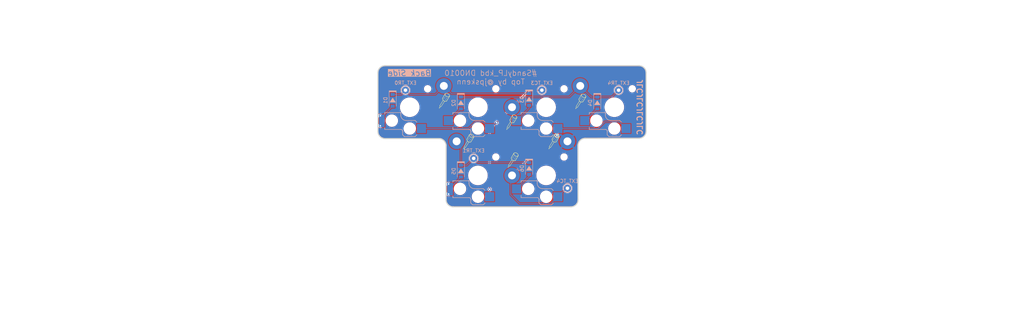
<source format=kicad_pcb>
(kicad_pcb (version 20240108) (generator "pcbnew") (generator_version "8.0")
  (title_block (title "Sandy") (date "2023-01-06") (rev "v.0") (company "@jpskenn"))
  (layers (0 "F.Cu" signal) (31 "B.Cu" signal) (34 "B.Paste" user) (35 "F.Paste" user) (36 "B.SilkS" user "B.Silkscreen") (37 "F.SilkS" user "F.Silkscreen") (38 "B.Mask" user) (39 "F.Mask" user) (44 "Edge.Cuts" user))
  (net 0 "")
  (net 1 "Top_row4")
  (net 2 "GND")
  (net 3 "Top_row0")
  (net 4 "Top_row1")
  (net 5 "Top_col3")
  (net 6 "Top_col4")
  (net 7 "Net-(D1-A)")
  (net 8 "Net-(D2-A)")
  (net 9 "Net-(D3-A)")
  (net 10 "Net-(D4-A)")
  (net 11 "Net-(D5-A)")
  (net 12 "Net-(D6-A)")
  (footprint "locallib:Kailh_socket_ChocV2_small_#2pad" (layer "F.Cu") (at 148.45531 65.103405)
    (property "Reference" "SW_;1" (hide yes))
    (property "Value" "SW_Push")
    (fp_line (start -7 1.5) (end -7 1.9) (stroke (width 0.15)) (layer "B.SilkS"))
    (fp_line (start -7 5.7) (end -7 6.2) (stroke (width 0.15)) (layer "B.SilkS"))
    (fp_line (start -7 6.2) (end -2.5 6.2) (stroke (width 0.15)) (layer "B.SilkS"))
    (fp_line (start -2.5 1.5) (end -7 1.5) (stroke (width 0.15)) (layer "B.SilkS"))
    (fp_line (start -2.5 2.2) (end -2.5 1.5) (stroke (width 0.15)) (layer "B.SilkS"))
    (fp_line (start -2 6.7) (end -2 7.7) (stroke (width 0.15)) (layer "B.SilkS"))
    (fp_line (start -1.5 8.2) (end -2 7.7) (stroke (width 0.15)) (layer "B.SilkS"))
    (fp_line (start 1.5 3.7) (end -1 3.7) (stroke (width 0.15)) (layer "B.SilkS"))
    (fp_line (start 1.5 8.2) (end -1.5 8.2) (stroke (width 0.15)) (layer "B.SilkS"))
    (fp_line (start 2 4.2) (end 1.5 3.7) (stroke (width 0.15)) (layer "B.SilkS"))
    (fp_line (start 2 7.7) (end 1.5 8.2) (stroke (width 0.15)) (layer "B.SilkS"))
    (fp_arc (start -2.5 6.2) (mid -2.146447 6.346447) (end -2 6.7) (stroke (width 0.15)) (layer "B.SilkS"))
    (fp_arc (start -1 3.7) (mid -2.06066 3.26066) (end -2.5 2.2) (stroke (width 0.15)) (layer "B.SilkS"))
    (pad "" np_thru_hole circle (at -5 3.75) (size 3 3) (drill 3) (layers "*.Cu" "*.Mask"))
    (pad "" np_thru_hole circle (at 0 0) (size 5 5) (drill 5) (layers "*.Cu" "*.Mask"))
    (pad "" np_thru_hole circle (at 0 5.95) (size 3 3) (drill 3) (layers "*.Cu" "*.Mask"))
    (pad "" np_thru_hole circle (at 5 -5.15) (size 1.6 1.6) (drill 1.6) (layers "F&B.Cu" "*.Mask"))
    (pad "1" smd rect (at 3.275 5.95) (size 2.6 2.6) (layers "B.Cu" "B.Paste" "B.Mask") (net 5 "Top_col3"))
    (pad "2" thru_hole circle (at -8.2 2.4) (size 0.8 0.8) (drill 0.4) (layers "*.Cu" "*.Mask") (net 11 "Net-(D5-A)"))
    (pad "2" thru_hole circle (at -8.2 5.2) (size 0.8 0.8) (drill 0.4) (layers "*.Cu" "*.Mask") (net 11 "Net-(D5-A)"))
    (pad "2" smd rect (at -7.7875 3.8) (size 1.625 3.6) (layers "B.Cu" "B.Paste" "B.Mask") (net 11 "Net-(D5-A)"))
  )
  (footprint "locallib:Kailh_socket_ChocV2" (layer "F.Cu") (at 148.45531 46.053405)
    (property "Reference" "SW_]1" (hide yes))
    (property "Value" "SW_Push")
    (fp_line (start -7 1.5) (end -7 2) (stroke (width 0.15)) (layer "B.SilkS"))
    (fp_line (start -7 5.6) (end -7 6.2) (stroke (width 0.15)) (layer "B.SilkS"))
    (fp_line (start -7 6.2) (end -2.5 6.2) (stroke (width 0.15)) (layer "B.SilkS"))
    (fp_line (start -2.5 1.5) (end -7 1.5) (stroke (width 0.15)) (layer "B.SilkS"))
    (fp_line (start -2.5 2.2) (end -2.5 1.5) (stroke (width 0.15)) (layer "B.SilkS"))
    (fp_line (start -2 6.7) (end -2 7.7) (stroke (width 0.15)) (layer "B.SilkS"))
    (fp_line (start -1.5 8.2) (end -2 7.7) (stroke (width 0.15)) (layer "B.SilkS"))
    (fp_line (start 1.5 3.7) (end -1 3.7) (stroke (width 0.15)) (layer "B.SilkS"))
    (fp_line (start 1.5 8.2) (end -1.5 8.2) (stroke (width 0.15)) (layer "B.SilkS"))
    (fp_line (start 2 4.2) (end 1.5 3.7) (stroke (width 0.15)) (layer "B.SilkS"))
    (fp_line (start 2 7.7) (end 1.5 8.2) (stroke (width 0.15)) (layer "B.SilkS"))
    (fp_arc (start -2.5 6.2) (mid -2.146447 6.346447) (end -2 6.7) (stroke (width 0.15)) (layer "B.SilkS"))
    (fp_arc (start -1 3.7) (mid -2.06066 3.26066) (end -2.5 2.2) (stroke (width 0.15)) (layer "B.SilkS"))
    (pad "" np_thru_hole circle (at -5 3.75) (size 3 3) (drill 3) (layers "*.Cu" "*.Mask"))
    (pad "" np_thru_hole circle (at 0 0) (size 5 5) (drill 5) (layers "*.Cu" "*.Mask"))
    (pad "" np_thru_hole circle (at 0 5.95) (size 3 3) (drill 3) (layers "*.Cu" "*.Mask"))
    (pad "" np_thru_hole circle (at 5 -5.15) (size 1.6 1.6) (drill 1.6) (layers "F&B.Cu" "*.Mask"))
    (pad "1" smd rect (at 3.275 5.95) (size 2.6 2.6) (layers "B.Cu" "B.Paste" "B.Mask") (net 5 "Top_col3"))
    (pad "2" smd rect (at -8.275 3.75) (size 2.6 2.6) (layers "B.Cu" "B.Paste" "B.Mask") (net 8 "Net-(D2-A)"))
  )
  (footprint "locallib:MountingHole_1.8-2.2mm_M2_Pad_minimal" (layer "F.Cu") (at 142.502185 55.578405)
    (property "Reference" "H4" (hide yes))
    (property "Value" "MountingHole")
    (pad "1" thru_hole circle (at 0 0) (size 3.6 3.6) (drill 2.2) (layers "*.Cu" "*.Mask") (net 4 "Top_row1"))
    (pad "1" smd circle (at 0 0) (size 4.4 4.4) (layers "B.Cu" "B.Mask") (net 4 "Top_row1"))
  )
  (footprint "locallib:Kailh_socket_ChocV2" (layer "F.Cu") (at 186.55531 46.053405)
    (property "Reference" "SW_T1" (hide yes))
    (property "Value" "SW_Push")
    (fp_line (start -7 1.5) (end -7 2) (stroke (width 0.15)) (layer "B.SilkS"))
    (fp_line (start -7 5.6) (end -7 6.2) (stroke (width 0.15)) (layer "B.SilkS"))
    (fp_line (start -7 6.2) (end -2.5 6.2) (stroke (width 0.15)) (layer "B.SilkS"))
    (fp_line (start -2.5 1.5) (end -7 1.5) (stroke (width 0.15)) (layer "B.SilkS"))
    (fp_line (start -2.5 2.2) (end -2.5 1.5) (stroke (width 0.15)) (layer "B.SilkS"))
    (fp_line (start -2 6.7) (end -2 7.7) (stroke (width 0.15)) (layer "B.SilkS"))
    (fp_line (start -1.5 8.2) (end -2 7.7) (stroke (width 0.15)) (layer "B.SilkS"))
    (fp_line (start 1.5 3.7) (end -1 3.7) (stroke (width 0.15)) (layer "B.SilkS"))
    (fp_line (start 1.5 8.2) (end -1.5 8.2) (stroke (width 0.15)) (layer "B.SilkS"))
    (fp_line (start 2 4.2) (end 1.5 3.7) (stroke (width 0.15)) (layer "B.SilkS"))
    (fp_line (start 2 7.7) (end 1.5 8.2) (stroke (width 0.15)) (layer "B.SilkS"))
    (fp_arc (start -2.5 6.2) (mid -2.146447 6.346447) (end -2 6.7) (stroke (width 0.15)) (layer "B.SilkS"))
    (fp_arc (start -1 3.7) (mid -2.06066 3.26066) (end -2.5 2.2) (stroke (width 0.15)) (layer "B.SilkS"))
    (pad "" np_thru_hole circle (at -5 3.75) (size 3 3) (drill 3) (layers "*.Cu" "*.Mask"))
    (pad "" np_thru_hole circle (at 0 0) (size 5 5) (drill 5) (layers "*.Cu" "*.Mask"))
    (pad "" np_thru_hole circle (at 0 5.95) (size 3 3) (drill 3) (layers "*.Cu" "*.Mask"))
    (pad "" np_thru_hole circle (at 5 -5.15) (size 1.6 1.6) (drill 1.6) (layers "F&B.Cu" "*.Mask"))
    (pad "1" smd rect (at 3.275 5.95) (size 2.6 2.6) (layers "B.Cu" "B.Paste" "B.Mask") (net 6 "Top_col4"))
    (pad "2" smd rect (at -8.275 3.75) (size 2.6 2.6) (layers "B.Cu" "B.Paste" "B.Mask") (net 10 "Net-(D4-A)"))
  )
  (footprint "locallib:SandyLP_outline_Top" (layer "F.Cu") (at 157.98031 55.578405)
    (property "Reference" "REF**" (hide yes))
    (property "Value" "60_Outline" (hide yes))
    (fp_line (start -37.475 -2.77504) (end -37.475 -19.13133) (stroke (width 0.3)) (layer "Edge.Cuts"))
    (fp_line (start -35.475 -0.77504) (end -20.425 -0.77504) (stroke (width 0.3)) (layer "Edge.Cuts"))
    (fp_line (start -18.425 16.297853) (end -18.425 1.22496) (stroke (width 0.3)) (layer "Edge.Cuts"))
    (fp_line (start -16.425 18.297853) (end 16.44991 18.295746) (stroke (width 0.3)) (layer "Edge.Cuts"))
    (fp_line (start 18.44991 16.295746) (end 18.425 1.164174) (stroke (width 0.3)) (layer "Edge.Cuts"))
    (fp_line (start 20.425 -0.835826) (end 35.4625 -0.845826) (stroke (width 0.3)) (layer "Edge.Cuts"))
    (fp_line (start 35.4625 -21.13133) (end -35.475 -21.13133) (stroke (width 0.3)) (layer "Edge.Cuts"))
    (fp_line (start 37.4625 -2.845826) (end 37.4625 -19.13133) (stroke (width 0.3)) (layer "Edge.Cuts"))
    (fp_arc (start -37.475 -19.13133) (mid -36.889214 -20.545544) (end -35.475 -21.13133) (stroke (width 0.3)) (layer "Edge.Cuts"))
    (fp_arc (start -35.475 -0.77504) (mid -36.889214 -1.360826) (end -37.475 -2.77504) (stroke (width 0.3)) (layer "Edge.Cuts"))
    (fp_arc (start -20.425 -0.77504) (mid -19.010786 -0.189254) (end -18.425 1.22496) (stroke (width 0.3)) (layer "Edge.Cuts"))
    (fp_arc (start -16.425 18.297853) (mid -17.839214 17.712067) (end -18.425 16.297853) (stroke (width 0.3)) (layer "Edge.Cuts"))
    (fp_arc (start 18.425 1.164174) (mid 19.01077 -0.250057) (end 20.425 -0.835826) (stroke (width 0.3)) (layer "Edge.Cuts"))
    (fp_arc (start 18.44991 16.295746) (mid 17.864148 17.709982) (end 16.44991 18.295746) (stroke (width 0.3)) (layer "Edge.Cuts"))
    (fp_arc (start 35.4625 -21.13133) (mid 36.876724 -20.545545) (end 37.4625 -19.13133) (stroke (width 0.3)) (layer "Edge.Cuts"))
    (fp_arc (start 37.4625 -2.845826) (mid 36.876693 -1.431625) (end 35.4625 -0.845826) (stroke (width 0.3)) (layer "Edge.Cuts"))
  )
  (footprint "locallib:ICON_ScrewDriver_Medium" (layer "F.Cu") (at 158.061761 63.987402)
    (property "Reference" "REF**")
    (property "Value" "ICON_ScrewDriver_Medium")
    (fp_line (start -1.026413 -1.818936) (end -1.219873 -1.065016) (stroke (width 0.06)) (layer "F.SilkS"))
    (fp_line (start -1.015373 -1.377179) (end -1.219873 -1.065016) (stroke (width 0.06)) (layer "F.SilkS"))
    (fp_line (start -0.634754 -1.597805) (end -1.219873 -1.065016) (stroke (width 0.06)) (layer "F.SilkS"))
    (fp_line (start -0.14 -3.25) (end -1.026413 -1.818936) (stroke (width 0.1)) (layer "F.SilkS"))
    (fp_line (start 0.0075 -3.615) (end 0.47 -4.27) (stroke (width 0.06)) (layer "F.SilkS"))
    (fp_line (start 0.29 -3.01) (end -0.634754 -1.597805) (stroke (width 0.1)) (layer "F.SilkS"))
    (fp_line (start 0.43 -5.1) (end -0.27791 -3.808775) (stroke (width 0.12)) (layer "F.SilkS"))
    (fp_line (start 0.44625 -3.275) (end 0.96 -3.99) (stroke (width 0.06)) (layer "F.SilkS"))
    (fp_line (start 1.676972 -4.428968) (end 0.82 -3.03) (stroke (width 0.12)) (layer "F.SilkS"))
    (fp_arc (start -0.634754 -1.597805) (mid -0.92 -1.55) (end -1.026413 -1.818936) (stroke (width 0.08)) (layer "F.SilkS"))
    (fp_arc (start 0.43 -5.1) (mid 1.238328 -5.107975) (end 1.676972 -4.428968) (stroke (width 0.12)) (layer "F.SilkS"))
    (fp_arc (start 0.82 -3.03) (mid 0.05565 -3.13259) (end -0.296518 -3.818691) (stroke (width 0.12)) (layer "F.SilkS"))
    (fp_arc (start 1.646463 -4.397983) (mid 0.809998 -4.330002) (end 0.429 -5.077751) (stroke (width 0.12)) (layer "F.SilkS"))
  )
  (footprint "locallib:ICON_ScrewDriver_Medium" (layer "F.Cu") (at 169.461761 58.787402)
    (property "Reference" "REF**")
    (property "Value" "ICON_ScrewDriver_Medium")
    (fp_line (start -1.026413 -1.818936) (end -1.219873 -1.065016) (stroke (width 0.06)) (layer "F.SilkS"))
    (fp_line (start -1.015373 -1.377179) (end -1.219873 -1.065016) (stroke (width 0.06)) (layer "F.SilkS"))
    (fp_line (start -0.634754 -1.597805) (end -1.219873 -1.065016) (stroke (width 0.06)) (layer "F.SilkS"))
    (fp_line (start -0.14 -3.25) (end -1.026413 -1.818936) (stroke (width 0.1)) (layer "F.SilkS"))
    (fp_line (start 0.0075 -3.615) (end 0.47 -4.27) (stroke (width 0.06)) (layer "F.SilkS"))
    (fp_line (start 0.29 -3.01) (end -0.634754 -1.597805) (stroke (width 0.1)) (layer "F.SilkS"))
    (fp_line (start 0.43 -5.1) (end -0.27791 -3.808775) (stroke (width 0.12)) (layer "F.SilkS"))
    (fp_line (start 0.44625 -3.275) (end 0.96 -3.99) (stroke (width 0.06)) (layer "F.SilkS"))
    (fp_line (start 1.676972 -4.428968) (end 0.82 -3.03) (stroke (width 0.12)) (layer "F.SilkS"))
    (fp_arc (start -0.634754 -1.597805) (mid -0.92 -1.55) (end -1.026413 -1.818936) (stroke (width 0.08)) (layer "F.SilkS"))
    (fp_arc (start 0.43 -5.1) (mid 1.238328 -5.107975) (end 1.676972 -4.428968) (stroke (width 0.12)) (layer "F.SilkS"))
    (fp_arc (start 0.82 -3.03) (mid 0.05565 -3.13259) (end -0.296518 -3.818691) (stroke (width 0.12)) (layer "F.SilkS"))
    (fp_arc (start 1.646463 -4.397983) (mid 0.809998 -4.330002) (end 0.429 -5.077751) (stroke (width 0.12)) (layer "F.SilkS"))
  )
  (footprint "locallib:MountingHole_1.8-2.2mm_M2_Pad_minimal" (layer "F.Cu") (at 177.03031 40.10028)
    (property "Reference" "H3" (hide yes))
    (property "Value" "MountingHole")
    (pad "1" thru_hole circle (at 0 0) (size 3.6 3.6) (drill 2.2) (layers "*.Cu" "*.Mask") (net 1 "Top_row4"))
    (pad "1" smd circle (at 0 0) (size 4.4 4.4) (layers "B.Cu" "B.Mask") (net 1 "Top_row4"))
  )
  (footprint "locallib:Kailh_socket_ChocV2_small_#2pad" (layer "F.Cu") (at 129.40531 46.053405)
    (property "Reference" "SW_[1" (hide yes))
    (property "Value" "SW_Push")
    (fp_line (start -7 1.5) (end -7 1.9) (stroke (width 0.15)) (layer "B.SilkS"))
    (fp_line (start -7 5.7) (end -7 6.2) (stroke (width 0.15)) (layer "B.SilkS"))
    (fp_line (start -7 6.2) (end -2.5 6.2) (stroke (width 0.15)) (layer "B.SilkS"))
    (fp_line (start -2.5 1.5) (end -7 1.5) (stroke (width 0.15)) (layer "B.SilkS"))
    (fp_line (start -2.5 2.2) (end -2.5 1.5) (stroke (width 0.15)) (layer "B.SilkS"))
    (fp_line (start -2 6.7) (end -2 7.7) (stroke (width 0.15)) (layer "B.SilkS"))
    (fp_line (start -1.5 8.2) (end -2 7.7) (stroke (width 0.15)) (layer "B.SilkS"))
    (fp_line (start 1.5 3.7) (end -1 3.7) (stroke (width 0.15)) (layer "B.SilkS"))
    (fp_line (start 1.5 8.2) (end -1.5 8.2) (stroke (width 0.15)) (layer "B.SilkS"))
    (fp_line (start 2 4.2) (end 1.5 3.7) (stroke (width 0.15)) (layer "B.SilkS"))
    (fp_line (start 2 7.7) (end 1.5 8.2) (stroke (width 0.15)) (layer "B.SilkS"))
    (fp_arc (start -2.5 6.2) (mid -2.146447 6.346447) (end -2 6.7) (stroke (width 0.15)) (layer "B.SilkS"))
    (fp_arc (start -1 3.7) (mid -2.06066 3.26066) (end -2.5 2.2) (stroke (width 0.15)) (layer "B.SilkS"))
    (pad "" np_thru_hole circle (at -5 3.75) (size 3 3) (drill 3) (layers "*.Cu" "*.Mask"))
    (pad "" np_thru_hole circle (at 0 0) (size 5 5) (drill 5) (layers "*.Cu" "*.Mask"))
    (pad "" np_thru_hole circle (at 0 5.95) (size 3 3) (drill 3) (layers "*.Cu" "*.Mask"))
    (pad "" np_thru_hole circle (at 5 -5.15) (size 1.6 1.6) (drill 1.6) (layers "F&B.Cu" "*.Mask"))
    (pad "1" smd rect (at 3.275 5.95) (size 2.6 2.6) (layers "B.Cu" "B.Paste" "B.Mask") (net 5 "Top_col3"))
    (pad "2" thru_hole circle (at -8.2 2.4) (size 0.8 0.8) (drill 0.4) (layers "*.Cu" "*.Mask") (net 7 "Net-(D1-A)"))
    (pad "2" thru_hole circle (at -8.2 5.2) (size 0.8 0.8) (drill 0.4) (layers "*.Cu" "*.Mask") (net 7 "Net-(D1-A)"))
    (pad "2" smd rect (at -7.7875 3.8) (size 1.625 3.6) (layers "B.Cu" "B.Paste" "B.Mask") (net 7 "Net-(D1-A)"))
  )
  (footprint "locallib:MountingHole_1.8-2.2mm_M2_Pad_minimal" (layer "F.Cu") (at 157.98031 65.103405)
    (property "Reference" "H6" (hide yes))
    (property "Value" "MountingHole")
    (pad "1" thru_hole circle (at 0 0) (size 3.6 3.6) (drill 2.2) (layers "*.Cu" "*.Mask") (net 6 "Top_col4"))
    (pad "1" smd circle (at 0 0) (size 4.4 4.4) (layers "B.Cu" "B.Mask") (net 6 "Top_col4"))
  )
  (footprint "locallib:ICON_ScrewDriver_Medium" (layer "F.Cu") (at 138.861761 47.387402)
    (property "Reference" "REF**")
    (property "Value" "ICON_ScrewDriver_Medium")
    (fp_line (start -1.026413 -1.818936) (end -1.219873 -1.065016) (stroke (width 0.06)) (layer "F.SilkS"))
    (fp_line (start -1.015373 -1.377179) (end -1.219873 -1.065016) (stroke (width 0.06)) (layer "F.SilkS"))
    (fp_line (start -0.634754 -1.597805) (end -1.219873 -1.065016) (stroke (width 0.06)) (layer "F.SilkS"))
    (fp_line (start -0.14 -3.25) (end -1.026413 -1.818936) (stroke (width 0.1)) (layer "F.SilkS"))
    (fp_line (start 0.0075 -3.615) (end 0.47 -4.27) (stroke (width 0.06)) (layer "F.SilkS"))
    (fp_line (start 0.29 -3.01) (end -0.634754 -1.597805) (stroke (width 0.1)) (layer "F.SilkS"))
    (fp_line (start 0.43 -5.1) (end -0.27791 -3.808775) (stroke (width 0.12)) (layer "F.SilkS"))
    (fp_line (start 0.44625 -3.275) (end 0.96 -3.99) (stroke (width 0.06)) (layer "F.SilkS"))
    (fp_line (start 1.676972 -4.428968) (end 0.82 -3.03) (stroke (width 0.12)) (layer "F.SilkS"))
    (fp_arc (start -0.634754 -1.597805) (mid -0.92 -1.55) (end -1.026413 -1.818936) (stroke (width 0.08)) (layer "F.SilkS"))
    (fp_arc (start 0.43 -5.1) (mid 1.238328 -5.107975) (end 1.676972 -4.428968) (stroke (width 0.12)) (layer "F.SilkS"))
    (fp_arc (start 0.82 -3.03) (mid 0.05565 -3.13259) (end -0.296518 -3.818691) (stroke (width 0.12)) (layer "F.SilkS"))
    (fp_arc (start 1.646463 -4.397983) (mid 0.809998 -4.330002) (end 0.429 -5.077751) (stroke (width 0.12)) (layer "F.SilkS"))
  )
  (footprint "locallib:MountingHole_1.8-2.2mm_M2_Pad_minimal" (layer "F.Cu") (at 157.98031 46.053405)
    (property "Reference" "H2" (hide yes))
    (property "Value" "MountingHole")
    (pad "1" thru_hole circle (at 0 0) (size 3.6 3.6) (drill 2.2) (layers "*.Cu" "*.Mask") (net 5 "Top_col3"))
    (pad "1" smd circle (at 0 0) (size 4.4 4.4) (layers "B.Cu" "B.Mask") (net 5 "Top_col3"))
  )
  (footprint "locallib:ICON_ScrewDriver_Medium" (layer "F.Cu") (at 157.661761 53.387402)
    (property "Reference" "REF**")
    (property "Value" "ICON_ScrewDriver_Medium")
    (fp_line (start -1.026413 -1.818936) (end -1.219873 -1.065016) (stroke (width 0.06)) (layer "F.SilkS"))
    (fp_line (start -1.015373 -1.377179) (end -1.219873 -1.065016) (stroke (width 0.06)) (layer "F.SilkS"))
    (fp_line (start -0.634754 -1.597805) (end -1.219873 -1.065016) (stroke (width 0.06)) (layer "F.SilkS"))
    (fp_line (start -0.14 -3.25) (end -1.026413 -1.818936) (stroke (width 0.1)) (layer "F.SilkS"))
    (fp_line (start 0.0075 -3.615) (end 0.47 -4.27) (stroke (width 0.06)) (layer "F.SilkS"))
    (fp_line (start 0.29 -3.01) (end -0.634754 -1.597805) (stroke (width 0.1)) (layer "F.SilkS"))
    (fp_line (start 0.43 -5.1) (end -0.27791 -3.808775) (stroke (width 0.12)) (layer "F.SilkS"))
    (fp_line (start 0.44625 -3.275) (end 0.96 -3.99) (stroke (width 0.06)) (layer "F.SilkS"))
    (fp_line (start 1.676972 -4.428968) (end 0.82 -3.03) (stroke (width 0.12)) (layer "F.SilkS"))
    (fp_arc (start -0.634754 -1.597805) (mid -0.92 -1.55) (end -1.026413 -1.818936) (stroke (width 0.08)) (layer "F.SilkS"))
    (fp_arc (start 0.43 -5.1) (mid 1.238328 -5.107975) (end 1.676972 -4.428968) (stroke (width 0.12)) (layer "F.SilkS"))
    (fp_arc (start 0.82 -3.03) (mid 0.05565 -3.13259) (end -0.296518 -3.818691) (stroke (width 0.12)) (layer "F.SilkS"))
    (fp_arc (start 1.646463 -4.397983) (mid 0.809998 -4.330002) (end 0.429 -5.077751) (stroke (width 0.12)) (layer "F.SilkS"))
  )
  (footprint "locallib:MountingHole_1.8-2.2mm_M2_Pad_minimal" (layer "F.Cu") (at 138.93031 40.10028)
    (property "Reference" "H1" (hide yes))
    (property "Value" "MountingHole")
    (pad "1" thru_hole circle (at 0 0) (size 3.6 3.6) (drill 2.2) (layers "*.Cu" "*.Mask") (net 3 "Top_row0"))
    (pad "1" smd circle (at 0 0) (size 4.4 4.4) (layers "B.Cu" "B.Mask") (net 3 "Top_row0"))
  )
  (footprint "locallib:ICON_ScrewDriver_Medium" (layer "F.Cu") (at 176.943001 47.587402)
    (property "Reference" "REF**")
    (property "Value" "ICON_ScrewDriver_Medium")
    (fp_line (start -1.026413 -1.818936) (end -1.219873 -1.065016) (stroke (width 0.06)) (layer "F.SilkS"))
    (fp_line (start -1.015373 -1.377179) (end -1.219873 -1.065016) (stroke (width 0.06)) (layer "F.SilkS"))
    (fp_line (start -0.634754 -1.597805) (end -1.219873 -1.065016) (stroke (width 0.06)) (layer "F.SilkS"))
    (fp_line (start -0.14 -3.25) (end -1.026413 -1.818936) (stroke (width 0.1)) (layer "F.SilkS"))
    (fp_line (start 0.0075 -3.615) (end 0.47 -4.27) (stroke (width 0.06)) (layer "F.SilkS"))
    (fp_line (start 0.29 -3.01) (end -0.634754 -1.597805) (stroke (width 0.1)) (layer "F.SilkS"))
    (fp_line (start 0.43 -5.1) (end -0.27791 -3.808775) (stroke (width 0.12)) (layer "F.SilkS"))
    (fp_line (start 0.44625 -3.275) (end 0.96 -3.99) (stroke (width 0.06)) (layer "F.SilkS"))
    (fp_line (start 1.676972 -4.428968) (end 0.82 -3.03) (stroke (width 0.12)) (layer "F.SilkS"))
    (fp_arc (start -0.634754 -1.597805) (mid -0.92 -1.55) (end -1.026413 -1.818936) (stroke (width 0.08)) (layer "F.SilkS"))
    (fp_arc (start 0.43 -5.1) (mid 1.238328 -5.107975) (end 1.676972 -4.428968) (stroke (width 0.12)) (layer "F.SilkS"))
    (fp_arc (start 0.82 -3.03) (mid 0.05565 -3.13259) (end -0.296518 -3.818691) (stroke (width 0.12)) (layer "F.SilkS"))
    (fp_arc (start 1.646463 -4.397983) (mid 0.809998 -4.330002) (end 0.429 -5.077751) (stroke (width 0.12)) (layer "F.SilkS"))
  )
  (footprint "locallib:Kailh_socket_ChocV2" (layer "F.Cu") (at 167.50531 46.053405)
    (property "Reference" "SW_Y1" (hide yes))
    (property "Value" "SW_Push")
    (fp_line (start -7 1.5) (end -7 2) (stroke (width 0.15)) (layer "B.SilkS"))
    (fp_line (start -7 5.6) (end -7 6.2) (stroke (width 0.15)) (layer "B.SilkS"))
    (fp_line (start -7 6.2) (end -2.5 6.2) (stroke (width 0.15)) (layer "B.SilkS"))
    (fp_line (start -2.5 1.5) (end -7 1.5) (stroke (width 0.15)) (layer "B.SilkS"))
    (fp_line (start -2.5 2.2) (end -2.5 1.5) (stroke (width 0.15)) (layer "B.SilkS"))
    (fp_line (start -2 6.7) (end -2 7.7) (stroke (width 0.15)) (layer "B.SilkS"))
    (fp_line (start -1.5 8.2) (end -2 7.7) (stroke (width 0.15)) (layer "B.SilkS"))
    (fp_line (start 1.5 3.7) (end -1 3.7) (stroke (width 0.15)) (layer "B.SilkS"))
    (fp_line (start 1.5 8.2) (end -1.5 8.2) (stroke (width 0.15)) (layer "B.SilkS"))
    (fp_line (start 2 4.2) (end 1.5 3.7) (stroke (width 0.15)) (layer "B.SilkS"))
    (fp_line (start 2 7.7) (end 1.5 8.2) (stroke (width 0.15)) (layer "B.SilkS"))
    (fp_arc (start -2.5 6.2) (mid -2.146447 6.346447) (end -2 6.7) (stroke (width 0.15)) (layer "B.SilkS"))
    (fp_arc (start -1 3.7) (mid -2.06066 3.26066) (end -2.5 2.2) (stroke (width 0.15)) (layer "B.SilkS"))
    (pad "" np_thru_hole circle (at -5 3.75) (size 3 3) (drill 3) (layers "*.Cu" "*.Mask"))
    (pad "" np_thru_hole circle (at 0 0) (size 5 5) (drill 5) (layers "*.Cu" "*.Mask"))
    (pad "" np_thru_hole circle (at 0 5.95) (size 3 3) (drill 3) (layers "*.Cu" "*.Mask"))
    (pad "" np_thru_hole circle (at 5 -5.15) (size 1.6 1.6) (drill 1.6) (layers "F&B.Cu" "*.Mask"))
    (pad "1" smd rect (at 3.275 5.95) (size 2.6 2.6) (layers "B.Cu" "B.Paste" "B.Mask") (net 6 "Top_col4"))
    (pad "2" smd rect (at -8.275 3.75) (size 2.6 2.6) (layers "B.Cu" "B.Paste" "B.Mask") (net 9 "Net-(D3-A)"))
  )
  (footprint "locallib:ICON_ScrewDriver_Medium" (layer "F.Cu") (at 145.661761 58.787402)
    (property "Reference" "REF**")
    (property "Value" "ICON_ScrewDriver_Medium")
    (fp_line (start -1.026413 -1.818936) (end -1.219873 -1.065016) (stroke (width 0.06)) (layer "F.SilkS"))
    (fp_line (start -1.015373 -1.377179) (end -1.219873 -1.065016) (stroke (width 0.06)) (layer "F.SilkS"))
    (fp_line (start -0.634754 -1.597805) (end -1.219873 -1.065016) (stroke (width 0.06)) (layer "F.SilkS"))
    (fp_line (start -0.14 -3.25) (end -1.026413 -1.818936) (stroke (width 0.1)) (layer "F.SilkS"))
    (fp_line (start 0.0075 -3.615) (end 0.47 -4.27) (stroke (width 0.06)) (layer "F.SilkS"))
    (fp_line (start 0.29 -3.01) (end -0.634754 -1.597805) (stroke (width 0.1)) (layer "F.SilkS"))
    (fp_line (start 0.43 -5.1) (end -0.27791 -3.808775) (stroke (width 0.12)) (layer "F.SilkS"))
    (fp_line (start 0.44625 -3.275) (end 0.96 -3.99) (stroke (width 0.06)) (layer "F.SilkS"))
    (fp_line (start 1.676972 -4.428968) (end 0.82 -3.03) (stroke (width 0.12)) (layer "F.SilkS"))
    (fp_arc (start -0.634754 -1.597805) (mid -0.92 -1.55) (end -1.026413 -1.818936) (stroke (width 0.08)) (layer "F.SilkS"))
    (fp_arc (start 0.43 -5.1) (mid 1.238328 -5.107975) (end 1.676972 -4.428968) (stroke (width 0.12)) (layer "F.SilkS"))
    (fp_arc (start 0.82 -3.03) (mid 0.05565 -3.13259) (end -0.296518 -3.818691) (stroke (width 0.12)) (layer "F.SilkS"))
    (fp_arc (start 1.646463 -4.397983) (mid 0.809998 -4.330002) (end 0.429 -5.077751) (stroke (width 0.12)) (layer "F.SilkS"))
  )
  (footprint "locallib:MountingHole_1.8-2.2mm_M2_Pad_minimal" (layer "F.Cu") (at 173.458435 55.578405)
    (property "Reference" "H5" (hide yes))
    (property "Value" "MountingHole")
    (pad "1" thru_hole circle (at 0 0) (size 3.6 3.6) (drill 2.2) (layers "*.Cu" "*.Mask") (net 2 "GND"))
    (pad "1" smd circle (at 0 0) (size 4.4 4.4) (layers "B.Cu" "B.Mask") (net 2 "GND"))
  )
  (footprint "locallib:Kailh_socket_ChocV2" (layer "F.Cu") (at 167.50531 65.103405)
    (property "Reference" "SW_'1" (hide yes))
    (property "Value" "SW_Push")
    (fp_line (start -7 1.5) (end -7 2) (stroke (width 0.15)) (layer "B.SilkS"))
    (fp_line (start -7 5.6) (end -7 6.2) (stroke (width 0.15)) (layer "B.SilkS"))
    (fp_line (start -7 6.2) (end -2.5 6.2) (stroke (width 0.15)) (layer "B.SilkS"))
    (fp_line (start -2.5 1.5) (end -7 1.5) (stroke (width 0.15)) (layer "B.SilkS"))
    (fp_line (start -2.5 2.2) (end -2.5 1.5) (stroke (width 0.15)) (layer "B.SilkS"))
    (fp_line (start -2 6.7) (end -2 7.7) (stroke (width 0.15)) (layer "B.SilkS"))
    (fp_line (start -1.5 8.2) (end -2 7.7) (stroke (width 0.15)) (layer "B.SilkS"))
    (fp_line (start 1.5 3.7) (end -1 3.7) (stroke (width 0.15)) (layer "B.SilkS"))
    (fp_line (start 1.5 8.2) (end -1.5 8.2) (stroke (width 0.15)) (layer "B.SilkS"))
    (fp_line (start 2 4.2) (end 1.5 3.7) (stroke (width 0.15)) (layer "B.SilkS"))
    (fp_line (start 2 7.7) (end 1.5 8.2) (stroke (width 0.15)) (layer "B.SilkS"))
    (fp_arc (start -2.5 6.2) (mid -2.146447 6.346447) (end -2 6.7) (stroke (width 0.15)) (layer "B.SilkS"))
    (fp_arc (start -1 3.7) (mid -2.06066 3.26066) (end -2.5 2.2) (stroke (width 0.15)) (layer "B.SilkS"))
    (pad "" np_thru_hole circle (at -5 3.75) (size 3 3) (drill 3) (layers "*.Cu" "*.Mask"))
    (pad "" np_thru_hole circle (at 0 0) (size 5 5) (drill 5) (layers "*.Cu" "*.Mask"))
    (pad "" np_thru_hole circle (at 0 5.95) (size 3 3) (drill 3) (layers "*.Cu" "*.Mask"))
    (pad "" np_thru_hole circle (at 5 -5.15) (size 1.6 1.6) (drill 1.6) (layers "F&B.Cu" "*.Mask"))
    (pad "1" smd rect (at 3.275 5.95) (size 2.6 2.6) (layers "B.Cu" "B.Paste" "B.Mask") (net 6 "Top_col4"))
    (pad "2" smd rect (at -8.275 3.75) (size 2.6 2.6) (layers "B.Cu" "B.Paste" "B.Mask") (net 12 "Net-(D6-A)"))
  )
  (footprint "locallib:D_SOD-123_Emphasized_Direction_Line" (layer "B.Cu") (at 143.69281 63.91278 -90)
    (property "Reference" "D5" (at 0 2 90) (layer "B.SilkS") (effects (justify mirror)))
    (property "Value" "D")
    (fp_line (start 1.65 1) (end -2.35 1) (stroke (width 0.12)) (layer "B.SilkS"))
    (fp_line (start 1.65 -1) (end -2.35 -1) (stroke (width 0.12)) (layer "B.SilkS"))
    (fp_rect (start -2.665 -1) (end -2.375 1) (stroke (width 0.12)) (fill solid) (layer "B.SilkS"))
    (fp_poly (pts (xy 0.508 -0.762) (xy -0.635 0) (xy 0.508 0.762)) (stroke (width 0.12)) (fill solid) (layer "B.SilkS"))
    (pad "1" smd rect (at -1.65 0 270) (size 0.9 1.2) (layers "B.Cu" "B.Paste" "B.Mask") (net 4 "Top_row1"))
    (pad "2" smd rect (at 1.65 0 270) (size 0.9 1.2) (layers "B.Cu" "B.Paste" "B.Mask") (net 11 "Net-(D5-A)"))
  )
  (footprint "locallib:D_SOD-123_Emphasized_Direction_Line" (layer "B.Cu") (at 181.79281 44.86278 -90)
    (property "Reference" "D4" (at 0 1.990725 90) (layer "B.SilkS") (effects (justify mirror)))
    (property "Value" "D")
    (fp_line (start 1.65 1) (end -2.35 1) (stroke (width 0.12)) (layer "B.SilkS"))
    (fp_line (start 1.65 -1) (end -2.35 -1) (stroke (width 0.12)) (layer "B.SilkS"))
    (fp_rect (start -2.665 -1) (end -2.375 1) (stroke (width 0.12)) (fill solid) (layer "B.SilkS"))
    (fp_poly (pts (xy 0.508 -0.762) (xy -0.635 0) (xy 0.508 0.762)) (stroke (width 0.12)) (fill solid) (layer "B.SilkS"))
    (pad "1" smd rect (at -1.65 0 270) (size 0.9 1.2) (layers "B.Cu" "B.Paste" "B.Mask") (net 1 "Top_row4"))
    (pad "2" smd rect (at 1.65 0 270) (size 0.9 1.2) (layers "B.Cu" "B.Paste" "B.Mask") (net 10 "Net-(D4-A)"))
  )
  (footprint "locallib:D_SOD-123_Emphasized_Direction_Line" (layer "B.Cu") (at 162.74281 63.18153 -90)
    (property "Reference" "D6" (at 0 2 90) (layer "B.SilkS") (effects (justify mirror)))
    (property "Value" "D")
    (fp_line (start 1.65 1) (end -2.35 1) (stroke (width 0.12)) (layer "B.SilkS"))
    (fp_line (start 1.65 -1) (end -2.35 -1) (stroke (width 0.12)) (layer "B.SilkS"))
    (fp_rect (start -2.665 -1) (end -2.375 1) (stroke (width 0.12)) (fill solid) (layer "B.SilkS"))
    (fp_poly (pts (xy 0.508 -0.762) (xy -0.635 0) (xy 0.508 0.762)) (stroke (width 0.12)) (fill solid) (layer "B.SilkS"))
    (pad "1" smd rect (at -1.65 0 270) (size 0.9 1.2) (layers "B.Cu" "B.Paste" "B.Mask") (net 4 "Top_row1"))
    (pad "2" smd rect (at 1.65 0 270) (size 0.9 1.2) (layers "B.Cu" "B.Paste" "B.Mask") (net 12 "Net-(D6-A)"))
  )
  (footprint "locallib:D_SOD-123_Emphasized_Direction_Line" (layer "B.Cu") (at 162.74281 43.878405 -90)
    (property "Reference" "D3" (at 0 2.003125 90) (layer "B.SilkS") (effects (justify mirror)))
    (property "Value" "D")
    (fp_line (start 1.65 1) (end -2.35 1) (stroke (width 0.12)) (layer "B.SilkS"))
    (fp_line (start 1.65 -1) (end -2.35 -1) (stroke (width 0.12)) (layer "B.SilkS"))
    (fp_rect (start -2.665 -1) (end -2.375 1) (stroke (width 0.12)) (fill solid) (layer "B.SilkS"))
    (fp_poly (pts (xy 0.508 -0.762) (xy -0.635 0) (xy 0.508 0.762)) (stroke (width 0.12)) (fill solid) (layer "B.SilkS"))
    (pad "1" smd rect (at -1.65 0 270) (size 0.9 1.2) (layers "B.Cu" "B.Paste" "B.Mask") (net 3 "Top_row0"))
    (pad "2" smd rect (at 1.65 0 270) (size 0.9 1.2) (layers "B.Cu" "B.Paste" "B.Mask") (net 9 "Net-(D3-A)"))
  )
  (footprint "locallib:D_SOD-123_Emphasized_Direction_Line" (layer "B.Cu") (at 124.64281 44.13153 -90)
    (property "Reference" "D1" (at 0 2.003125 90) (layer "B.SilkS") (effects (justify mirror)))
    (property "Value" "D")
    (fp_line (start 1.65 1) (end -2.35 1) (stroke (width 0.12)) (layer "B.SilkS"))
    (fp_line (start 1.65 -1) (end -2.35 -1) (stroke (width 0.12)) (layer "B.SilkS"))
    (fp_rect (start -2.665 -1) (end -2.375 1) (stroke (width 0.12)) (fill solid) (layer "B.SilkS"))
    (fp_poly (pts (xy 0.508 -0.762) (xy -0.635 0) (xy 0.508 0.762)) (stroke (width 0.12)) (fill solid) (layer "B.SilkS"))
    (pad "1" smd rect (at -1.65 0 270) (size 0.9 1.2) (layers "B.Cu" "B.Paste" "B.Mask") (net 3 "Top_row0"))
    (pad "2" smd rect (at 1.65 0 270) (size 0.9 1.2) (layers "B.Cu" "B.Paste" "B.Mask") (net 7 "Net-(D1-A)"))
  )
  (footprint "locallib:TestPoint_THTPad_D2.0mm_Drill1.0mm" (layer "B.Cu") (at 128.214685 41.290905 180)
    (property "Reference" "EXT_TR0" (at -0.0125 2.034375 0) (layer "B.SilkS") (effects (justify mirror)))
    (property "Value" "Conn_01x01")
    (fp_circle (center 0 0) (end 0 -1.3) (stroke (width 0.12)) (fill none) (layer "B.SilkS"))
    (pad "1" thru_hole circle (at 0 0 180) (size 2 2) (drill 1) (layers "*.Cu" "*.Mask") (net 3 "Top_row0"))
  )
  (footprint "locallib:TestPoint_THTPad_D2.0mm_Drill1.0mm" (layer "B.Cu") (at 187.745935 41.290905 180)
    (property "Reference" "EXT_TR4" (at 0 1.998 0) (layer "B.SilkS") (effects (justify mirror)))
    (property "Value" "Conn_01x01")
    (fp_circle (center 0 0) (end 0 -1.3) (stroke (width 0.12)) (fill none) (layer "B.SilkS"))
    (pad "1" thru_hole circle (at 0 0 180) (size 2 2) (drill 1) (layers "*.Cu" "*.Mask") (net 1 "Top_row4"))
  )
  (footprint "locallib:TestPoint_THTPad_D2.0mm_Drill1.0mm" (layer "B.Cu") (at 166.314685 41.290905 180)
    (property "Reference" "EXT_TC3" (at 0 1.998 0) (layer "B.SilkS") (effects (justify mirror)))
    (property "Value" "Conn_01x01")
    (fp_circle (center 0 0) (end 0 -1.3) (stroke (width 0.12)) (fill none) (layer "B.SilkS"))
    (pad "1" thru_hole circle (at 0 0 180) (size 2 2) (drill 1) (layers "*.Cu" "*.Mask") (net 5 "Top_col3"))
  )
  (footprint "locallib:TestPoint_THTPad_D2.0mm_Drill1.0mm" (layer "B.Cu") (at 173.458435 68.67528 180)
    (property "Reference" "EXT_TC4" (at 0 1.998 0) (layer "B.SilkS") (effects (justify mirror)))
    (property "Value" "Conn_01x01")
    (fp_circle (center 0 0) (end 0 -1.3) (stroke (width 0.12)) (fill none) (layer "B.SilkS"))
    (pad "1" thru_hole circle (at 0 0 180) (size 2 2) (drill 1) (layers "*.Cu" "*.Mask") (net 6 "Top_col4"))
  )
  (footprint "locallib:TestPoint_THTPad_D2.0mm_Drill1.0mm" (layer "B.Cu") (at 147.264685 60.340905 180)
    (property "Reference" "EXT_TR1" (at 0 2.1625 0) (layer "B.SilkS") (effects (justify mirror)))
    (property "Value" "Conn_01x01")
    (fp_circle (center 0 0) (end 0 -1.3) (stroke (width 0.12)) (fill none) (layer "B.SilkS"))
    (pad "1" thru_hole circle (at 0 0 180) (size 2 2) (drill 1) (layers "*.Cu" "*.Mask") (net 4 "Top_row1"))
  )
  (footprint "locallib:D_SOD-123_Emphasized_Direction_Line" (layer "B.Cu") (at 143.69281 44.86278 -90)
    (property "Reference" "D2" (at 0 2.003125 90) (layer "B.SilkS") (effects (justify mirror)))
    (property "Value" "D")
    (fp_line (start 1.65 1) (end -2.35 1) (stroke (width 0.12)) (layer "B.SilkS"))
    (fp_line (start 1.65 -1) (end -2.35 -1) (stroke (width 0.12)) (layer "B.SilkS"))
    (fp_rect (start -2.665 -1) (end -2.375 1) (stroke (width 0.12)) (fill solid) (layer "B.SilkS"))
    (fp_poly (pts (xy 0.508 -0.762) (xy -0.635 0) (xy 0.508 0.762)) (stroke (width 0.12)) (fill solid) (layer "B.SilkS"))
    (pad "1" smd rect (at -1.65 0 270) (size 0.9 1.2) (layers "B.Cu" "B.Paste" "B.Mask") (net 1 "Top_row4"))
    (pad "2" smd rect (at 1.65 0 270) (size 0.9 1.2) (layers "B.Cu" "B.Paste" "B.Mask") (net 8 "Net-(D2-A)"))
  )
  (gr_text "JLCJLCJLCJLC" (at 193.69906 46.053405 90) (layer "B.SilkS") (effects (font (size 1.5 1.5) (thickness 0.3)) (justify mirror)))
  (gr_text "Back Side" (at 129.40531 36.528405 0) (layer "B.SilkS" knockout) (effects (font (size 1.6 1.6) (thickness 0.2) (italic yes)) (justify mirror)))
  (gr_text "#SandyLP_kbd DN0010\nTop by @jpskenn" (at 152.027185 37.71903 0) (layer "B.SilkS") (effects (font (size 1.5 1.5)) (justify mirror)))
  (segment (start 181.79281 43.21278) (end 180.14281 43.21278) (width 0.25) (layer "B.Cu") (net 1))
  (segment (start 181.827185 43.178405) (end 185.858435 43.178405) (width 0.25) (layer "B.Cu") (net 1))
  (segment (start 180.14281 43.21278) (end 177.03031 40.10028) (width 0.25) (layer "B.Cu") (net 1))
  (segment (start 143.727185 43.178405) (end 173.952185 43.178405) (width 0.25) (layer "B.Cu") (net 1))
  (segment (start 181.79281 43.21278) (end 181.827185 43.178405) (width 0.25) (layer "B.Cu") (net 1))
  (segment (start 173.952185 43.178405) (end 177.03031 40.10028) (width 0.25) (layer "B.Cu") (net 1))
  (segment (start 185.858435 43.178405) (end 187.745935 41.290905) (width 0.25) (layer "B.Cu") (net 1))
  (segment (start 143.69281 43.21278) (end 143.727185 43.178405) (width 0.25) (layer "B.Cu") (net 1))
  (segment (start 136.54906 42.48153) (end 129.40531 42.48153) (width 0.25) (layer "B.Cu") (net 3))
  (segment (start 127.02406 42.48153) (end 124.64281 42.48153) (width 0.25) (layer "B.Cu") (net 3))
  (segment (start 128.214685 41.290905) (end 127.02406 42.48153) (width 0.25) (layer "B.Cu") (net 3))
  (segment (start 138.93031 40.10028) (end 141.108435 42.278405) (width 0.25) (layer "B.Cu") (net 3))
  (segment (start 162.69281 42.278405) (end 162.74281 42.228405) (width 0.25) (layer "B.Cu") (net 3))
  (segment (start 138.93031 40.10028) (end 136.54906 42.48153) (width 0.25) (layer "B.Cu") (net 3))
  (segment (start 129.40531 42.48153) (end 128.214685 41.290905) (width 0.25) (layer "B.Cu") (net 3))
  (segment (start 141.108435 42.278405) (end 162.69281 42.278405) (width 0.25) (layer "B.Cu") (net 3))
  (segment (start 143.69281 56.76903) (end 142.502185 55.578405) (width 0.25) (layer "B.Cu") (net 4))
  (segment (start 148.45531 61.53153) (end 147.264685 60.340905) (width 0.25) (layer "B.Cu") (net 4))
  (segment (start 143.69281 59.15028) (end 143.69281 56.76903) (width 0.25) (layer "B.Cu") (net 4))
  (segment (start 162.74281 61.53153) (end 148.45531 61.53153) (width 0.25) (layer "B.Cu") (net 4))
  (segment (start 143.69281 62.26278) (end 143.69281 59.15028) (width 0.25) (layer "B.Cu") (net 4))
  (segment (start 147.264685 60.340905) (end 145.34281 62.26278) (width 0.25) (layer "B.Cu") (net 4))
  (segment (start 145.34281 62.26278) (end 143.69281 62.26278) (width 0.25) (layer "B.Cu") (net 4))
  (segment (start 157.98031 46.053405) (end 153.68031 50.353405) (width 0.25) (layer "F.Cu") (net 5))
  (segment (start 151.730315 68.97215) (end 151.730315 54.278405) (width 0.25) (layer "F.Cu") (net 5))
  (segment (start 153.68031 50.353405) (end 151.730315 52.3034) (width 0.25) (layer "F.Cu") (net 5))
  (segment (start 162.74281 41.290905) (end 166.314685 41.290905) (width 0.25) (layer "F.Cu") (net 5))
  (segment (start 157.98031 46.053405) (end 162.74281 41.290905) (width 0.25) (layer "F.Cu") (net 5))
  (segment (start 151.730315 52.3034) (end 151.730315 54.278405) (width 0.25) (layer "F.Cu") (net 5))
  (via (at 153.68031 50.353405) (size 0.8) (drill 0.4) (layers "F.Cu" "B.Cu") (net 5))
  (via (at 151.730315 68.97215) (size 0.8) (drill 0.4) (layers "F.Cu" "B.Cu") (net 5))
  (segment (start 149.85531 50.128405) (end 151.73031 52.003405) (width 0.25) (layer "B.Cu") (net 5))
  (segment (start 132.68031 52.003405) (end 145.80366 52.003405) (width 0.25) (layer "B.Cu") (net 5))
  (segment (start 145.80366 52.003405) (end 147.67866 50.128405) (width 0.25) (layer "B.Cu") (net 5))
  (segment (start 151.73031 52.003405) (end 151.78031 52.003405) (width 0.25) (layer "B.Cu") (net 5))
  (segment (start 153.43031 50.353405) (end 153.68031 50.353405) (width 0.25) (layer "B.Cu") (net 5))
  (segment (start 147.67866 50.128405) (end 149.85531 50.128405) (width 0.25) (layer "B.Cu") (net 5))
  (segment (start 151.73031 68.972155) (end 151.730315 68.97215) (width 0.25) (layer "B.Cu") (net 5))
  (segment (start 151.78031 52.003405) (end 153.43031 50.353405) (width 0.25) (layer "B.Cu") (net 5))
  (segment (start 151.73031 71.053405) (end 151.73031 68.972155) (width 0.25) (layer "B.Cu") (net 5))
  (segment (start 169.20531 53.878405) (end 170.50531 53.878405) (width 0.25) (layer "F.Cu") (net 6))
  (segment (start 157.98031 65.103405) (end 169.20531 53.878405) (width 0.25) (layer "F.Cu") (net 6))
  (via (at 170.50531 53.878405) (size 0.8) (drill 0.4) (layers "F.Cu" "B.Cu") (net 6))
  (segment (start 170.50531 52.278405) (end 170.78031 52.003405) (width 0.25) (layer "B.Cu") (net 6))
  (segment (start 157.60531 70.478405) (end 157.60531 65.478405) (width 0.25) (layer "B.Cu") (net 6))
  (segment (start 183.88196 50.128405) (end 182.00696 52.003405) (width 0.25) (layer "B.Cu") (net 6))
  (segment (start 170.78031 71.053405) (end 173.158435 68.67528) (width 0.25) (layer "B.Cu") (net 6))
  (segment (start 187.95531 50.128405) (end 183.88196 50.128405) (width 0.25) (layer "B.Cu") (net 6))
  (segment (start 157.60531 65.478405) (end 157.98031 65.103405) (width 0.25) (layer "B.Cu") (net 6))
  (segment (start 160.05531 72.928405) (end 157.60531 70.478405) (width 0.25) (layer "B.Cu") (net 6))
  (segment (start 170.50531 53.878405) (end 170.50531 52.278405) (width 0.25) (layer "B.Cu") (net 6))
  (segment (start 182.00696 52.003405) (end 170.78031 52.003405) (width 0.25) (layer "B.Cu") (net 6))
  (segment (start 168.90531 72.928405) (end 160.05531 72.928405) (width 0.25) (layer "B.Cu") (net 6))
  (segment (start 189.83031 52.003405) (end 187.95531 50.128405) (width 0.25) (layer "B.Cu") (net 6))
  (segment (start 173.158435 68.67528) (end 173.458435 68.67528) (width 0.25) (layer "B.Cu") (net 6))
  (segment (start 170.78031 71.053405) (end 168.90531 72.928405) (width 0.25) (layer "B.Cu") (net 6))
  (segment (start 121.61781 49.853405) (end 121.61781 48.765905) (width 0.25) (layer "B.Cu") (net 7))
  (segment (start 124.602185 45.78153) (end 124.64281 45.78153) (width 0.25) (layer "B.Cu") (net 7))
  (segment (start 121.61781 48.765905) (end 124.602185 45.78153) (width 0.25) (layer "B.Cu") (net 7))
  (segment (start 143.570935 46.51278) (end 143.69281 46.51278) (width 0.25) (layer "B.Cu") (net 8))
  (segment (start 140.18031 49.803405) (end 140.28031 49.803405) (width 0.25) (layer "B.Cu") (net 8))
  (segment (start 140.28031 49.803405) (end 143.570935 46.51278) (width 0.25) (layer "B.Cu") (net 8))
  (segment (start 162.74281 46.340905) (end 162.74281 45.528405) (width 0.25) (layer "B.Cu") (net 9))
  (segment (start 159.23031 49.803405) (end 159.28031 49.803405) (width 0.25) (layer "B.Cu") (net 9))
  (segment (start 159.28031 49.803405) (end 162.74281 46.340905) (width 0.25) (layer "B.Cu") (net 9))
  (segment (start 178.28031 49.803405) (end 178.38031 49.803405) (width 0.25) (layer "B.Cu") (net 10))
  (segment (start 181.670935 46.51278) (end 181.79281 46.51278) (width 0.25) (layer "B.Cu") (net 10))
  (segment (start 178.38031 49.803405) (end 181.670935 46.51278) (width 0.25) (layer "B.Cu") (net 10))
  (segment (start 140.402185 68.853405) (end 143.69281 65.56278) (width 0.25) (layer "B.Cu") (net 11))
  (segment (start 140.18031 68.853405) (end 140.402185 68.853405) (width 0.25) (layer "B.Cu") (net 11))
  (segment (start 162.74281 65.340905) (end 162.74281 64.83153) (width 0.25) (layer "B.Cu") (net 12))
  (segment (start 159.23031 68.853405) (end 162.74281 65.340905) (width 0.25) (layer "B.Cu") (net 12))
  (zone (net 2) (net_name "GND") (layers "F&B.Cu") (connect_pads (clearance 0.2)) (min_thickness 0.2) (fill yes (thermal_gap 0.3) (thermal_bridge_width 0.5))
    (polygon (pts (xy 300.85531 96.059655) (xy 15.10531 96.059655) (xy 15.10531 17.478405) (xy 300.85531 17.478405)))
  )
)
</source>
